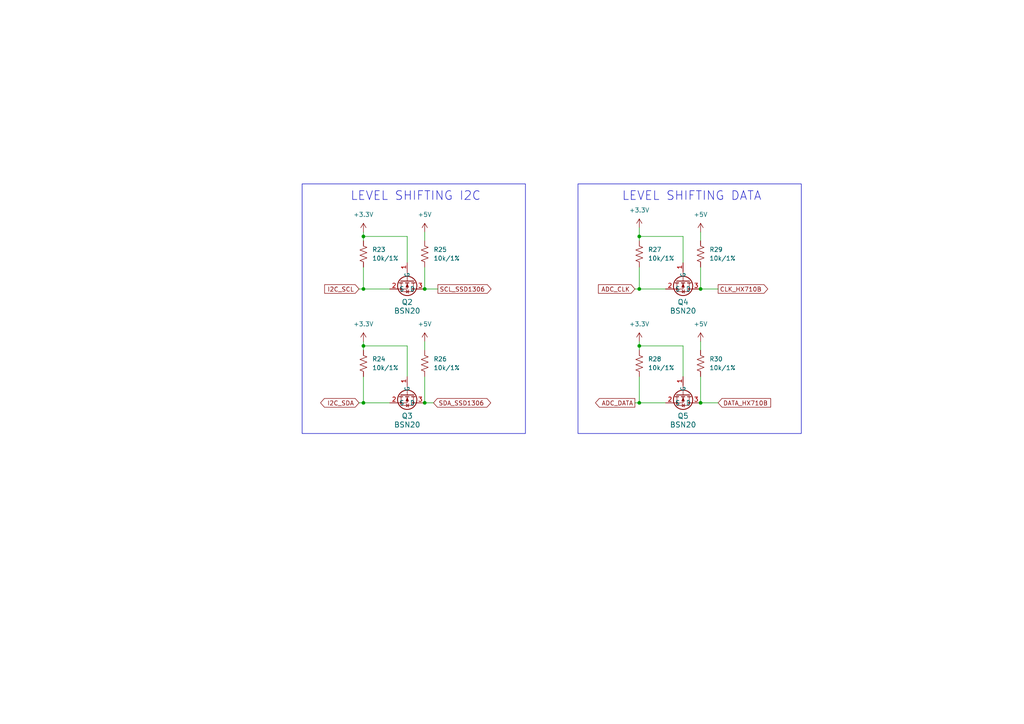
<source format=kicad_sch>
(kicad_sch (version 20230121) (generator eeschema)
  (paper "A4")
  (lib_symbols
    (symbol "BSN20BKR:BSN20" (pin_names (offset 0.254))
      (property "Reference" "Q" (at 10.16 1.27 0))
      (property "Value" "BSN20" (at 10.16 -1.27 0))
      (symbol "BSN20_0_1"
        (polyline (pts (xy 1.524 0) (xy -1.27 0)))
        (polyline (pts (xy 1.524 1.905) (xy 1.524 -1.905)) (stroke (width 0.254)))
        (polyline (pts (xy 2.032 -1.27) (xy 2.032 -2.286)) (stroke (width 0.254)))
        (polyline (pts (xy 2.032 0.508) (xy 2.032 -0.508)) (stroke (width 0.254)))
        (polyline (pts (xy 2.032 2.286) (xy 2.032 1.27)) (stroke (width 0.254)))
        (polyline (pts (xy 3.81 2.54) (xy 3.81 1.778)))
        (polyline (pts (xy 3.81 -2.54) (xy 3.81 0) (xy 2.032 0)))
        (polyline (pts (xy 2.032 -1.778) (xy 4.572 -1.778) (xy 4.572 1.778) (xy 2.032 1.778)))
        (polyline (pts (xy 2.286 0) (xy 3.302 0.381) (xy 3.302 -0.381) (xy 2.286 0)) (fill (type outline)))
        (polyline (pts (xy 4.064 0.508) (xy 4.191 0.381) (xy 4.953 0.381) (xy 5.08 0.254)))
        (polyline (pts (xy 4.572 0.381) (xy 4.191 -0.254) (xy 4.953 -0.254) (xy 4.572 0.381)))
        (circle (center 2.921 0) (radius 2.794) (stroke (width 0.254)))
        (circle (center 3.81 -1.778) (radius 0.254) (fill (type outline)))
        (circle (center 3.81 1.778) (radius 0.254) (fill (type outline)))
      )
      (symbol "BSN20_1_1"
        (pin input line (at -3.81 0 0) (length 2.54) (name "G") (number "1"))
        (pin passive line (at 3.81 -5.08 90) (length 2.54) (name "S") (number "2"))
        (pin passive line (at 3.81 5.08 270) (length 2.54) (name "D") (number "3"))
      )
    )
    (symbol "Device:R_US" (pin_numbers hide) (pin_names (offset 0))
      (property "Reference" "R" (at 2.54 0 90))
      (property "Value" "R_US" (at -2.54 0 90))
      (symbol "R_US_0_1"
        (polyline (pts (xy 0 -2.286) (xy 0 -2.54)))
        (polyline (pts (xy 0 2.286) (xy 0 2.54)))
        (polyline (pts (xy 0 -0.762) (xy 1.016 -1.143) (xy 0 -1.524) (xy -1.016 -1.905) (xy 0 -2.286)))
        (polyline (pts (xy 0 0.762) (xy 1.016 0.381) (xy 0 0) (xy -1.016 -0.381) (xy 0 -0.762)))
        (polyline (pts (xy 0 2.286) (xy 1.016 1.905) (xy 0 1.524) (xy -1.016 1.143) (xy 0 0.762)))
      )
      (symbol "R_US_1_1"
        (pin passive line (at 0 3.81 270) (length 1.27) (name "~") (number "1"))
        (pin passive line (at 0 -3.81 90) (length 1.27) (name "~") (number "2"))
      )
    )
    (symbol "power:+3.3V" (power) (pin_names (offset 0))
      (property "Value" "+3.3V" (at 0 3.556 0))
      (symbol "+3.3V_0_1"
        (polyline (pts (xy -0.762 1.27) (xy 0 2.54)))
        (polyline (pts (xy 0 0) (xy 0 2.54)))
        (polyline (pts (xy 0 2.54) (xy 0.762 1.27)))
      )
      (symbol "+3.3V_1_1"
        (pin power_in line (at 0 0 90) (length 0) hide (name "+3.3V") (number "1"))
      )
    )
    (symbol "power:+5V" (power) (pin_names (offset 0))
      (property "Value" "+5V" (at 0 3.556 0))
      (symbol "+5V_0_1"
        (polyline (pts (xy -0.762 1.27) (xy 0 2.54)))
        (polyline (pts (xy 0 0) (xy 0 2.54)))
        (polyline (pts (xy 0 2.54) (xy 0.762 1.27)))
      )
      (symbol "+5V_1_1"
        (pin power_in line (at 0 0 90) (length 0) hide (name "+5V") (number "1"))
      )
    )
  )
  (junction (at 105.41 83.82))
  (junction (at 185.42 100.33))
  (junction (at 105.41 68.58))
  (junction (at 185.42 68.58))
  (junction (at 185.42 116.84))
  (junction (at 203.2 83.82))
  (junction (at 185.42 83.82))
  (junction (at 123.19 83.82))
  (junction (at 105.41 100.33))
  (junction (at 105.41 116.84))
  (junction (at 123.19 116.84))
  (junction (at 203.2 116.84))
  (wire (pts (xy 105.41 68.58) (xy 105.41 69.85)))
  (wire (pts (xy 198.12 100.33) (xy 198.12 109.22)))
  (wire (pts (xy 104.14 83.82) (xy 105.41 83.82)))
  (wire (pts (xy 123.19 77.47) (xy 123.19 83.82)))
  (wire (pts (xy 208.28 83.82) (xy 203.2 83.82)))
  (wire (pts (xy 184.15 83.82) (xy 185.42 83.82)))
  (wire (pts (xy 118.11 68.58) (xy 105.41 68.58)))
  (wire (pts (xy 185.42 68.58) (xy 185.42 69.85)))
  (wire (pts (xy 105.41 67.31) (xy 105.41 68.58)))
  (wire (pts (xy 123.19 67.31) (xy 123.19 69.85)))
  (wire (pts (xy 105.41 100.33) (xy 105.41 101.6)))
  (wire (pts (xy 185.42 66.04) (xy 185.42 68.58)))
  (wire (pts (xy 123.19 109.22) (xy 123.19 116.84)))
  (wire (pts (xy 127 83.82) (xy 123.19 83.82)))
  (wire (pts (xy 118.11 68.58) (xy 118.11 76.2)))
  (wire (pts (xy 118.11 100.33) (xy 118.11 109.22)))
  (wire (pts (xy 184.15 116.84) (xy 185.42 116.84)))
  (wire (pts (xy 203.2 109.22) (xy 203.2 116.84)))
  (wire (pts (xy 105.41 99.06) (xy 105.41 100.33)))
  (wire (pts (xy 185.42 68.58) (xy 198.12 68.58)))
  (wire (pts (xy 203.2 67.31) (xy 203.2 69.85)))
  (wire (pts (xy 105.41 77.47) (xy 105.41 83.82)))
  (wire (pts (xy 185.42 99.06) (xy 185.42 100.33)))
  (wire (pts (xy 203.2 99.06) (xy 203.2 101.6)))
  (wire (pts (xy 104.14 116.84) (xy 105.41 116.84)))
  (wire (pts (xy 185.42 77.47) (xy 185.42 83.82)))
  (wire (pts (xy 185.42 83.82) (xy 193.04 83.82)))
  (wire (pts (xy 185.42 100.33) (xy 185.42 101.6)))
  (wire (pts (xy 123.19 116.84) (xy 125.73 116.84)))
  (wire (pts (xy 198.12 68.58) (xy 198.12 76.2)))
  (wire (pts (xy 185.42 109.22) (xy 185.42 116.84)))
  (wire (pts (xy 113.03 116.84) (xy 105.41 116.84)))
  (wire (pts (xy 105.41 109.22) (xy 105.41 116.84)))
  (wire (pts (xy 118.11 100.33) (xy 105.41 100.33)))
  (wire (pts (xy 208.28 116.84) (xy 203.2 116.84)))
  (wire (pts (xy 193.04 116.84) (xy 185.42 116.84)))
  (wire (pts (xy 105.41 83.82) (xy 113.03 83.82)))
  (wire (pts (xy 198.12 100.33) (xy 185.42 100.33)))
  (wire (pts (xy 203.2 77.47) (xy 203.2 83.82)))
  (wire (pts (xy 123.19 99.06) (xy 123.19 101.6)))
  (rectangle (start 167.64 53.34) (end 232.41 125.73))
  (rectangle (start 87.63 53.34) (end 152.4 125.73))
  (text "LEVEL SHIFTING DATA\n" (at 180.34 58.42 0) (effects (font (size 2.54 2.54)) (justify left bottom)))
  (text "LEVEL SHIFTING I2C\n" (at 101.6 58.42 0) (effects (font (size 2.54 2.54)) (justify left bottom)))
  (global_label "I2C_SDA" (shape bidirectional) (at 104.14 116.84 180) (property "Intersheetrefs" "${INTERSHEET_REFS}" (effects hide)))
  (global_label "SDA_SSD1306" (shape bidirectional) (at 125.73 116.84 0) (property "Intersheetrefs" "${INTERSHEET_REFS}" (effects hide)))
  (global_label "I2C_SCL" (shape input) (at 104.14 83.82 180) (property "Intersheetrefs" "${INTERSHEET_REFS}" (effects hide)))
  (global_label "CLK_HX710B" (shape output) (at 208.28 83.82 0) (property "Intersheetrefs" "${INTERSHEET_REFS}" (effects hide)))
  (global_label "ADC_DATA" (shape output) (at 184.15 116.84 180) (property "Intersheetrefs" "${INTERSHEET_REFS}" (effects hide)))
  (global_label "ADC_CLK" (shape input) (at 184.15 83.82 180) (property "Intersheetrefs" "${INTERSHEET_REFS}" (effects hide)))
  (global_label "DATA_HX710B" (shape input) (at 208.28 116.84 0) (property "Intersheetrefs" "${INTERSHEET_REFS}" (effects hide)))
  (global_label "SCL_SSD1306" (shape output) (at 127 83.82 0) (property "Intersheetrefs" "${INTERSHEET_REFS}" (effects hide)))
  (symbol (lib_id "power:+5V") (at 123.19 67.31 0) (unit 1)
    (property "Reference" "#PWR036" (effects hide))
    (property "Value" "+5V" (at 123.19 62.23 0))
    (instances (project "Brightness_Meter_TB" (path "" (reference "#PWR036") (unit 1))) (project "Brightness_Meter" (path "" (reference "#PWR019") (unit 1)) (path "" (reference "#PWR019") (unit 1))))
  )
  (symbol (lib_id "power:+3.3V") (at 105.41 99.06 0) (unit 1)
    (property "Reference" "#PWR034" (effects hide))
    (property "Value" "+3.3V" (at 105.41 93.98 0))
    (instances (project "Brightness_Meter_TB" (path "" (reference "#PWR034") (unit 1))) (project "Brightness_Meter" (path "" (reference "#PWR070") (unit 1)) (path "" (reference "#PWR072") (unit 1)) (path "" (reference "#PWR072") (unit 1))))
  )
  (symbol (lib_id "power:+5V") (at 203.2 99.06 0) (unit 1)
    (property "Reference" "#PWR039" (effects hide))
    (property "Value" "+5V" (at 203.2 93.98 0))
    (instances (project "Brightness_Meter_TB" (path "" (reference "#PWR039") (unit 1))) (project "Brightness_Meter" (path "" (reference "#PWR019") (unit 1)) (path "" (reference "#PWR058") (unit 1))))
  )
  (symbol (lib_id "Device:R_US") (at 185.42 73.66 0) (unit 1)
    (property "Reference" "R27" (at 187.96 72.39 0) (effects (justify left)))
    (property "Value" "10k/1%" (at 187.96 74.93 0) (effects (justify left)))
    (property "Footprint" "Resistor_SMD:R_0805_2012Metric_Pad1.20x1.40mm_HandSolder" (effects hide))
    (property "URL" "https://www.thegioiic.com/dien-tro-10-kohm-0805-1-" (effects hide))
    (instances (project "Brightness_Meter_TB" (path "" (reference "R27") (unit 1))) (project "Brightness_Meter" (path "" (reference "R3") (unit 1)) (path "" (reference "R38") (unit 1)) (path "" (reference "R40") (unit 1)) (path "" (reference "R40") (unit 1))))
  )
  (symbol (lib_id "Device:R_US") (at 105.41 73.66 0) (unit 1)
    (property "Reference" "R23" (at 107.95 72.39 0) (effects (justify left)))
    (property "Value" "10k/1%" (at 107.95 74.93 0) (effects (justify left)))
    (property "Footprint" "Resistor_SMD:R_0805_2012Metric_Pad1.20x1.40mm_HandSolder" (effects hide))
    (property "URL" "https://www.thegioiic.com/dien-tro-10-kohm-0805-1-" (effects hide))
    (instances (project "Brightness_Meter_TB" (path "" (reference "R23") (unit 1))) (project "Brightness_Meter" (path "" (reference "R3") (unit 1)) (path "" (reference "R38") (unit 1)) (path "" (reference "R40") (unit 1)) (path "" (reference "R40") (unit 1))))
  )
  (symbol (lib_id "Device:R_US") (at 203.2 105.41 0) (unit 1)
    (property "Reference" "R30" (at 205.74 104.14 0) (effects (justify left)))
    (property "Value" "10k/1%" (at 205.74 106.68 0) (effects (justify left)))
    (property "Footprint" "Resistor_SMD:R_0805_2012Metric_Pad1.20x1.40mm_HandSolder" (effects hide))
    (property "URL" "https://www.thegioiic.com/dien-tro-10-kohm-0805-1-" (effects hide))
    (instances (project "Brightness_Meter_TB" (path "" (reference "R30") (unit 1))) (project "Brightness_Meter" (path "" (reference "R3") (unit 1)) (path "" (reference "R9") (unit 1)) (path "" (reference "R10") (unit 1))))
  )
  (symbol (lib_id "Device:R_US") (at 123.19 73.66 0) (unit 1)
    (property "Reference" "R25" (at 125.73 72.39 0) (effects (justify left)))
    (property "Value" "10k/1%" (at 125.73 74.93 0) (effects (justify left)))
    (property "Footprint" "Resistor_SMD:R_0805_2012Metric_Pad1.20x1.40mm_HandSolder" (effects hide))
    (property "URL" "https://www.thegioiic.com/dien-tro-10-kohm-0805-1-" (effects hide))
    (instances (project "Brightness_Meter_TB" (path "" (reference "R25") (unit 1))) (project "Brightness_Meter" (path "" (reference "R3") (unit 1)) (path "" (reference "R10") (unit 1)) (path "" (reference "R9") (unit 1))))
  )
  (symbol (lib_id "Device:R_US") (at 123.19 105.41 0) (unit 1)
    (property "Reference" "R26" (at 125.73 104.14 0) (effects (justify left)))
    (property "Value" "10k/1%" (at 125.73 106.68 0) (effects (justify left)))
    (property "Footprint" "Resistor_SMD:R_0805_2012Metric_Pad1.20x1.40mm_HandSolder" (effects hide))
    (property "URL" "https://www.thegioiic.com/dien-tro-10-kohm-0805-1-" (effects hide))
    (instances (project "Brightness_Meter_TB" (path "" (reference "R26") (unit 1))) (project "Brightness_Meter" (path "" (reference "R3") (unit 1)) (path "" (reference "R9") (unit 1)) (path "" (reference "R10") (unit 1))))
  )
  (symbol (lib_id "Device:R_US") (at 203.2 73.66 0) (unit 1)
    (property "Reference" "R29" (at 205.74 72.39 0) (effects (justify left)))
    (property "Value" "10k/1%" (at 205.74 74.93 0) (effects (justify left)))
    (property "Footprint" "Resistor_SMD:R_0805_2012Metric_Pad1.20x1.40mm_HandSolder" (effects hide))
    (property "URL" "https://www.thegioiic.com/dien-tro-10-kohm-0805-1-" (effects hide))
    (instances (project "Brightness_Meter_TB" (path "" (reference "R29") (unit 1))) (project "Brightness_Meter" (path "" (reference "R3") (unit 1)) (path "" (reference "R10") (unit 1)) (path "" (reference "R9") (unit 1))))
  )
  (symbol (lib_id "BSN20BKR:BSN20") (at 118.11 113.03 270) (unit 1)
    (property "Reference" "Q3" (at 118.11 120.65 90) (effects (font (size 1.524 1.524))))
    (property "Value" "BSN20" (at 118.11 123.19 90) (effects (font (size 1.524 1.524))))
    (property "Footprint" "BSN20BKR:SOT23_NEX" (effects hide))
    (property "Datasheet" "BSN20" (effects hide))
    (property "URL" "https://www.thegioiic.com/bsn20bkr-mosfet-kenh-n-50v-173ma-sot-23" (effects hide))
    (instances (project "Brightness_Meter_TB" (path "" (reference "Q3") (unit 1))) (project "Brightness_Meter" (path "" (reference "Q3") (unit 1)) (path "" (reference "Q5") (unit 1)) (path "" (reference "Q5") (unit 1))))
  )
  (symbol (lib_id "Device:R_US") (at 105.41 105.41 0) (unit 1)
    (property "Reference" "R24" (at 107.95 104.14 0) (effects (justify left)))
    (property "Value" "10k/1%" (at 107.95 106.68 0) (effects (justify left)))
    (property "Footprint" "Resistor_SMD:R_0805_2012Metric_Pad1.20x1.40mm_HandSolder" (effects hide))
    (property "URL" "https://www.thegioiic.com/dien-tro-10-kohm-0805-1-" (effects hide))
    (instances (project "Brightness_Meter_TB" (path "" (reference "R24") (unit 1))) (project "Brightness_Meter" (path "" (reference "R3") (unit 1)) (path "" (reference "R39") (unit 1)) (path "" (reference "R41") (unit 1)) (path "" (reference "R41") (unit 1))))
  )
  (symbol (lib_id "BSN20BKR:BSN20") (at 198.12 113.03 270) (unit 1)
    (property "Reference" "Q5" (at 198.12 120.65 90) (effects (font (size 1.524 1.524))))
    (property "Value" "BSN20" (at 198.12 123.19 90) (effects (font (size 1.524 1.524))))
    (property "Footprint" "BSN20BKR:SOT23_NEX" (effects hide))
    (property "Datasheet" "BSN20" (effects hide))
    (property "URL" "https://www.thegioiic.com/bsn20bkr-mosfet-kenh-n-50v-173ma-sot-23" (effects hide))
    (instances (project "Brightness_Meter_TB" (path "" (reference "Q5") (unit 1))) (project "Brightness_Meter" (path "" (reference "Q3") (unit 1)) (path "" (reference "Q5") (unit 1)) (path "" (reference "Q5") (unit 1))))
  )
  (symbol (lib_id "power:+3.3V") (at 185.42 66.04 0) (mirror y) (unit 1)
    (property "Reference" "#PWR037" (effects hide))
    (property "Value" "+3.3V" (at 185.42 60.96 0))
    (instances (project "Brightness_Meter_TB" (path "" (reference "#PWR037") (unit 1))) (project "Brightness_Meter" (path "" (reference "#PWR069") (unit 1)) (path "" (reference "#PWR071") (unit 1)) (path "" (reference "#PWR071") (unit 1))))
  )
  (symbol (lib_id "BSN20BKR:BSN20") (at 198.12 80.01 270) (unit 1)
    (property "Reference" "Q4" (at 198.12 87.63 90) (effects (font (size 1.524 1.524))))
    (property "Value" "BSN20" (at 198.12 90.17 90) (effects (font (size 1.524 1.524))))
    (property "Footprint" "BSN20BKR:SOT23_NEX" (effects hide))
    (property "Datasheet" "BSN20" (effects hide))
    (property "URL" "https://www.thegioiic.com/bsn20bkr-mosfet-kenh-n-50v-173ma-sot-23" (effects hide))
    (instances (project "Brightness_Meter_TB" (path "" (reference "Q4") (unit 1))) (project "Brightness_Meter" (path "" (reference "Q2") (unit 1)) (path "" (reference "Q4") (unit 1)) (path "" (reference "Q4") (unit 1))))
  )
  (symbol (lib_id "Device:R_US") (at 185.42 105.41 0) (unit 1)
    (property "Reference" "R28" (at 187.96 104.14 0) (effects (justify left)))
    (property "Value" "10k/1%" (at 187.96 106.68 0) (effects (justify left)))
    (property "Footprint" "Resistor_SMD:R_0805_2012Metric_Pad1.20x1.40mm_HandSolder" (effects hide))
    (property "URL" "https://www.thegioiic.com/dien-tro-10-kohm-0805-1-" (effects hide))
    (instances (project "Brightness_Meter_TB" (path "" (reference "R28") (unit 1))) (project "Brightness_Meter" (path "" (reference "R3") (unit 1)) (path "" (reference "R39") (unit 1)) (path "" (reference "R41") (unit 1)) (path "" (reference "R41") (unit 1))))
  )
  (symbol (lib_id "power:+3.3V") (at 105.41 67.31 0) (unit 1)
    (property "Reference" "#PWR033" (effects hide))
    (property "Value" "+3.3V" (at 105.41 62.23 0))
    (instances (project "Brightness_Meter_TB" (path "" (reference "#PWR033") (unit 1))) (project "Brightness_Meter" (path "" (reference "#PWR069") (unit 1)) (path "" (reference "#PWR071") (unit 1)) (path "" (reference "#PWR071") (unit 1))))
  )
  (symbol (lib_id "power:+3.3V") (at 185.42 99.06 0) (unit 1)
    (property "Reference" "#PWR038" (effects hide))
    (property "Value" "+3.3V" (at 185.42 93.98 0))
    (instances (project "Brightness_Meter_TB" (path "" (reference "#PWR038") (unit 1))) (project "Brightness_Meter" (path "" (reference "#PWR070") (unit 1)) (path "" (reference "#PWR072") (unit 1)) (path "" (reference "#PWR072") (unit 1))))
  )
  (symbol (lib_id "power:+5V") (at 123.19 99.06 0) (unit 1)
    (property "Reference" "#PWR035" (effects hide))
    (property "Value" "+5V" (at 123.19 93.98 0))
    (instances (project "Brightness_Meter_TB" (path "" (reference "#PWR035") (unit 1))) (project "Brightness_Meter" (path "" (reference "#PWR019") (unit 1)) (path "" (reference "#PWR058") (unit 1))))
  )
  (symbol (lib_id "BSN20BKR:BSN20") (at 118.11 80.01 270) (unit 1)
    (property "Reference" "Q2" (at 118.11 87.63 90) (effects (font (size 1.524 1.524))))
    (property "Value" "BSN20" (at 118.11 90.17 90) (effects (font (size 1.524 1.524))))
    (property "Footprint" "BSN20BKR:SOT23_NEX" (effects hide))
    (property "Datasheet" "BSN20" (effects hide))
    (property "URL" "https://www.thegioiic.com/bsn20bkr-mosfet-kenh-n-50v-173ma-sot-23" (effects hide))
    (instances (project "Brightness_Meter_TB" (path "" (reference "Q2") (unit 1))) (project "Brightness_Meter" (path "" (reference "Q2") (unit 1)) (path "" (reference "Q4") (unit 1)) (path "" (reference "Q4") (unit 1))))
  )
  (symbol (lib_id "power:+5V") (at 203.2 67.31 0) (unit 1)
    (property "Reference" "#PWR040" (effects hide))
    (property "Value" "+5V" (at 203.2 62.23 0))
    (instances (project "Brightness_Meter_TB" (path "" (reference "#PWR040") (unit 1))) (project "Brightness_Meter" (path "" (reference "#PWR019") (unit 1)) (path "" (reference "#PWR019") (unit 1))))
  )
)
</source>
